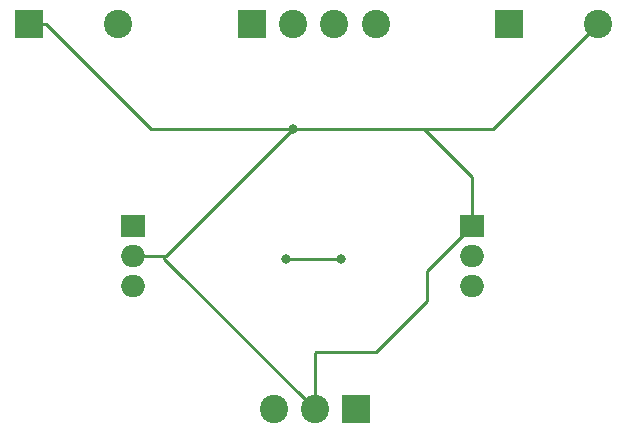
<source format=gbr>
%TF.GenerationSoftware,KiCad,Pcbnew,7.0.2-0*%
%TF.CreationDate,2023-11-27T08:52:52-05:00*%
%TF.ProjectId,PowerSupply,506f7765-7253-4757-9070-6c792e6b6963,rev?*%
%TF.SameCoordinates,Original*%
%TF.FileFunction,Copper,L2,Bot*%
%TF.FilePolarity,Positive*%
%FSLAX46Y46*%
G04 Gerber Fmt 4.6, Leading zero omitted, Abs format (unit mm)*
G04 Created by KiCad (PCBNEW 7.0.2-0) date 2023-11-27 08:52:52*
%MOMM*%
%LPD*%
G01*
G04 APERTURE LIST*
%TA.AperFunction,ComponentPad*%
%ADD10R,2.400000X2.400000*%
%TD*%
%TA.AperFunction,ComponentPad*%
%ADD11C,2.400000*%
%TD*%
%TA.AperFunction,ComponentPad*%
%ADD12R,2.000000X1.905000*%
%TD*%
%TA.AperFunction,ComponentPad*%
%ADD13O,2.000000X1.905000*%
%TD*%
%TA.AperFunction,ViaPad*%
%ADD14C,0.800000*%
%TD*%
%TA.AperFunction,Conductor*%
%ADD15C,0.250000*%
%TD*%
G04 APERTURE END LIST*
D10*
%TO.P,C2,1*%
%TO.N,Net-(D3-A)*%
X172212000Y-56388000D03*
D11*
%TO.P,C2,2*%
%TO.N,/GND*%
X179712000Y-56388000D03*
%TD*%
D10*
%TO.P,J1,1,Pin_1*%
%TO.N,Net-(D1-A)*%
X150409000Y-56388000D03*
D11*
%TO.P,J1,2,Pin_2*%
%TO.N,/GND*%
X153909000Y-56388000D03*
%TO.P,J1,3,Pin_3*%
X157409000Y-56388000D03*
%TO.P,J1,4,Pin_4*%
%TO.N,Net-(D2-A)*%
X160909000Y-56388000D03*
%TD*%
D12*
%TO.P,U1,1,VI*%
%TO.N,Net-(D1-K)*%
X140335000Y-73533000D03*
D13*
%TO.P,U1,2,GND*%
%TO.N,/GND*%
X140335000Y-76073000D03*
%TO.P,U1,3,VO*%
%TO.N,/+12V*%
X140335000Y-78613000D03*
%TD*%
D10*
%TO.P,C1,1*%
%TO.N,/GND*%
X131565000Y-56388000D03*
D11*
%TO.P,C1,2*%
%TO.N,Net-(D1-K)*%
X139065000Y-56388000D03*
%TD*%
D10*
%TO.P,J2,1,Pin_1*%
%TO.N,/-12V*%
X159273000Y-89027000D03*
D11*
%TO.P,J2,2,Pin_2*%
%TO.N,/GND*%
X155773000Y-89027000D03*
%TO.P,J2,3,Pin_3*%
%TO.N,/+12V*%
X152273000Y-89027000D03*
%TD*%
D12*
%TO.P,U2,1,GND*%
%TO.N,/GND*%
X169037000Y-73533000D03*
D13*
%TO.P,U2,2,VI*%
%TO.N,Net-(D3-A)*%
X169037000Y-76073000D03*
%TO.P,U2,3,VO*%
%TO.N,/-12V*%
X169037000Y-78613000D03*
%TD*%
D14*
%TO.N,/GND*%
X153924000Y-65278000D03*
%TO.N,Net-(D1-A)*%
X153289000Y-76327000D03*
X157988000Y-76327000D03*
%TD*%
D15*
%TO.N,/GND*%
X164973000Y-65278000D02*
X170822000Y-65278000D01*
X153924000Y-65278000D02*
X143129000Y-76073000D01*
X153924000Y-65278000D02*
X164973000Y-65278000D01*
X143002000Y-76256000D02*
X155773000Y-89027000D01*
X155773000Y-84257000D02*
X155773000Y-89027000D01*
X160909000Y-84201000D02*
X155829000Y-84201000D01*
X155829000Y-84201000D02*
X155773000Y-84257000D01*
X165227000Y-79883000D02*
X160909000Y-84201000D01*
X169037000Y-69342000D02*
X169037000Y-73533000D01*
X141905000Y-65278000D02*
X153924000Y-65278000D01*
X170822000Y-65278000D02*
X179712000Y-56388000D01*
X133015000Y-56388000D02*
X141905000Y-65278000D01*
X143002000Y-76073000D02*
X140335000Y-76073000D01*
X169037000Y-73533000D02*
X165227000Y-77343000D01*
X165227000Y-77343000D02*
X165227000Y-79883000D01*
X131565000Y-56388000D02*
X133015000Y-56388000D01*
X143129000Y-76073000D02*
X143002000Y-76073000D01*
X164973000Y-65278000D02*
X169037000Y-69342000D01*
X143002000Y-76073000D02*
X143002000Y-76256000D01*
%TO.N,Net-(D1-A)*%
X157988000Y-76327000D02*
X153289000Y-76327000D01*
%TD*%
M02*

</source>
